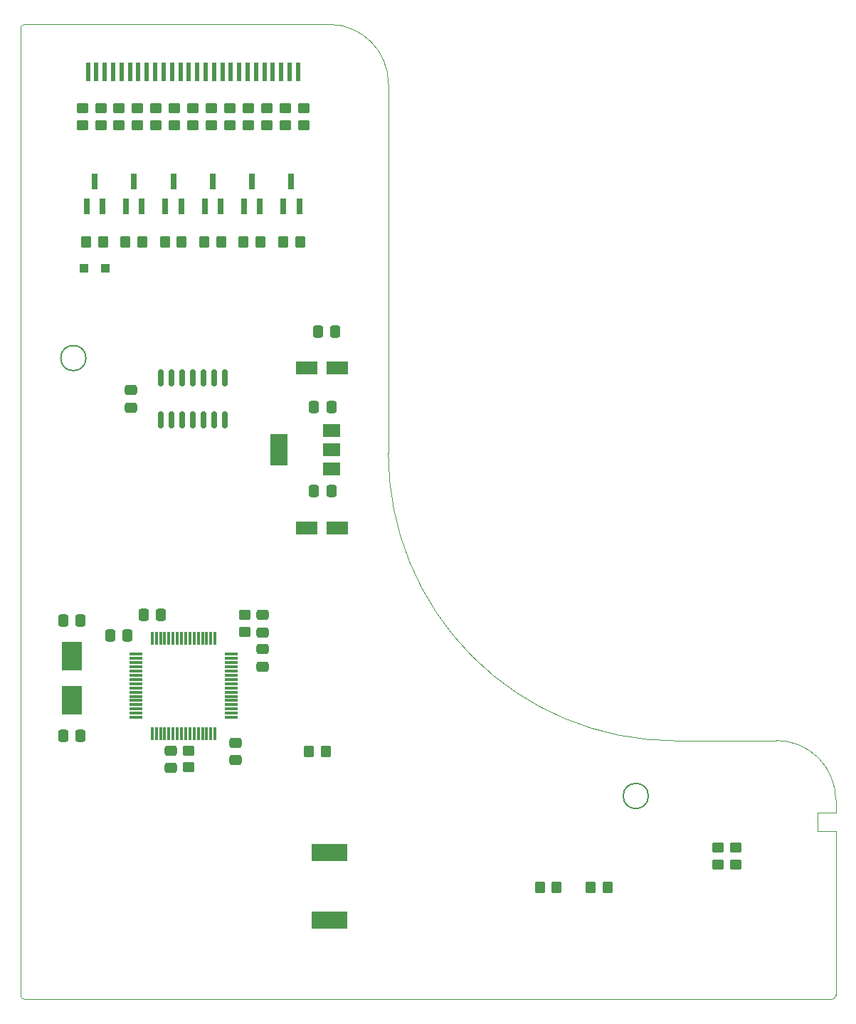
<source format=gbr>
G04 #@! TF.GenerationSoftware,KiCad,Pcbnew,(6.0.0)*
G04 #@! TF.CreationDate,2023-04-02T19:18:08+10:00*
G04 #@! TF.ProjectId,OpenFlops,4f70656e-466c-46f7-9073-2e6b69636164,1*
G04 #@! TF.SameCoordinates,Original*
G04 #@! TF.FileFunction,Paste,Top*
G04 #@! TF.FilePolarity,Positive*
%FSLAX46Y46*%
G04 Gerber Fmt 4.6, Leading zero omitted, Abs format (unit mm)*
G04 Created by KiCad (PCBNEW (6.0.0)) date 2023-04-02 19:18:08*
%MOMM*%
%LPD*%
G01*
G04 APERTURE LIST*
G04 Aperture macros list*
%AMRoundRect*
0 Rectangle with rounded corners*
0 $1 Rounding radius*
0 $2 $3 $4 $5 $6 $7 $8 $9 X,Y pos of 4 corners*
0 Add a 4 corners polygon primitive as box body*
4,1,4,$2,$3,$4,$5,$6,$7,$8,$9,$2,$3,0*
0 Add four circle primitives for the rounded corners*
1,1,$1+$1,$2,$3*
1,1,$1+$1,$4,$5*
1,1,$1+$1,$6,$7*
1,1,$1+$1,$8,$9*
0 Add four rect primitives between the rounded corners*
20,1,$1+$1,$2,$3,$4,$5,0*
20,1,$1+$1,$4,$5,$6,$7,0*
20,1,$1+$1,$6,$7,$8,$9,0*
20,1,$1+$1,$8,$9,$2,$3,0*%
G04 Aperture macros list end*
G04 #@! TA.AperFunction,Profile*
%ADD10C,0.050000*%
G04 #@! TD*
G04 #@! TA.AperFunction,Profile*
%ADD11C,0.200000*%
G04 #@! TD*
%ADD12RoundRect,0.249924X-0.350000X-0.450000X0.350000X-0.450000X0.350000X0.450000X-0.350000X0.450000X0*%
%ADD13RoundRect,0.249924X-0.450000X0.350000X-0.450000X-0.350000X0.450000X-0.350000X0.450000X0.350000X0*%
%ADD14RoundRect,0.249924X0.450000X-0.350000X0.450000X0.350000X-0.450000X0.350000X-0.450000X-0.350000X0*%
%ADD15R,0.799848X1.899848*%
%ADD16RoundRect,0.249924X-0.337500X-0.475000X0.337500X-0.475000X0.337500X0.475000X-0.337500X0.475000X0*%
%ADD17RoundRect,0.074924X-0.700000X-0.075000X0.700000X-0.075000X0.700000X0.075000X-0.700000X0.075000X0*%
%ADD18RoundRect,0.074924X-0.075000X-0.700000X0.075000X-0.700000X0.075000X0.700000X-0.075000X0.700000X0*%
%ADD19RoundRect,0.249924X0.350000X0.450000X-0.350000X0.450000X-0.350000X-0.450000X0.350000X-0.450000X0*%
%ADD20RoundRect,0.249924X0.475000X-0.337500X0.475000X0.337500X-0.475000X0.337500X-0.475000X-0.337500X0*%
%ADD21R,4.199848X1.999848*%
%ADD22R,1.999848X1.499848*%
%ADD23R,1.999848X3.799848*%
%ADD24R,0.599848X2.299848*%
%ADD25RoundRect,0.249924X-1.050000X-0.550000X1.050000X-0.550000X1.050000X0.550000X-1.050000X0.550000X0*%
%ADD26R,2.399848X3.499848*%
%ADD27RoundRect,0.249924X-0.475000X0.337500X-0.475000X-0.337500X0.475000X-0.337500X0.475000X0.337500X0*%
%ADD28R,0.999848X0.999848*%
%ADD29RoundRect,0.249924X0.337500X0.475000X-0.337500X0.475000X-0.337500X-0.475000X0.337500X-0.475000X0*%
%ADD30RoundRect,0.149924X0.150000X-0.825000X0.150000X0.825000X-0.150000X0.825000X-0.150000X-0.825000X0*%
G04 APERTURE END LIST*
D10*
X207450002Y-129425000D02*
X205275002Y-129425000D01*
X206973979Y-151605672D02*
G75*
G03*
X207448978Y-151129327I-674J475673D01*
G01*
D11*
X118225005Y-75300000D02*
G75*
G03*
X118225005Y-75300000I-1500005J0D01*
G01*
D10*
X154221823Y-42670673D02*
X154200002Y-86645673D01*
X188400001Y-120845674D02*
X200371621Y-120795672D01*
X207450000Y-131600000D02*
X205275000Y-131600000D01*
X110448671Y-151130873D02*
G75*
G03*
X110925018Y-151605876I475675J672D01*
G01*
X207446620Y-127870673D02*
X207450002Y-129425000D01*
X110923432Y-35605876D02*
X147146823Y-35595673D01*
X110923432Y-35605876D02*
G75*
G03*
X110448432Y-36082225I678J-475678D01*
G01*
X205275002Y-129425000D02*
X205275000Y-131600000D01*
X154200002Y-86645673D02*
G75*
G03*
X188400001Y-120845674I34199996J-5D01*
G01*
X207446620Y-127870673D02*
G75*
G03*
X200371621Y-120795672I-7074998J3D01*
G01*
X154221823Y-42670673D02*
G75*
G03*
X147146823Y-35595673I-7075002J-2D01*
G01*
X207448978Y-151129327D02*
X207450000Y-131600000D01*
X110448671Y-151130873D02*
X110448432Y-36082225D01*
X206973979Y-151605672D02*
X110925018Y-151605876D01*
D11*
X185150005Y-127400000D02*
G75*
G03*
X185150005Y-127400000I-1500005J0D01*
G01*
D12*
X127614144Y-61445673D03*
X129614144Y-61445673D03*
X122932071Y-61445674D03*
X124932071Y-61445674D03*
D13*
X137547853Y-45595674D03*
X137547853Y-47595674D03*
D14*
X122177022Y-47595673D03*
X122177022Y-45595673D03*
D15*
X127664142Y-57245672D03*
X129564142Y-57245672D03*
X128614142Y-54245672D03*
D16*
X115512000Y-120245673D03*
X117587000Y-120245673D03*
D17*
X124164399Y-110545673D03*
X124164399Y-111045673D03*
X124164399Y-111545673D03*
X124164399Y-112045673D03*
X124164399Y-112545673D03*
X124164399Y-113045673D03*
X124164399Y-113545673D03*
X124164399Y-114045673D03*
X124164399Y-114545673D03*
X124164399Y-115045673D03*
X124164399Y-115545673D03*
X124164399Y-116045673D03*
X124164399Y-116545673D03*
X124164399Y-117045673D03*
X124164399Y-117545673D03*
X124164399Y-118045673D03*
D18*
X126089399Y-119970673D03*
X126589399Y-119970673D03*
X127089399Y-119970673D03*
X127589399Y-119970673D03*
X128089399Y-119970673D03*
X128589399Y-119970673D03*
X129089399Y-119970673D03*
X129589399Y-119970673D03*
X130089399Y-119970673D03*
X130589399Y-119970673D03*
X131089399Y-119970673D03*
X131589399Y-119970673D03*
X132089399Y-119970673D03*
X132589399Y-119970673D03*
X133089399Y-119970673D03*
X133589399Y-119970673D03*
D17*
X135514399Y-118045673D03*
X135514399Y-117545673D03*
X135514399Y-117045673D03*
X135514399Y-116545673D03*
X135514399Y-116045673D03*
X135514399Y-115545673D03*
X135514399Y-115045673D03*
X135514399Y-114545673D03*
X135514399Y-114045673D03*
X135514399Y-113545673D03*
X135514399Y-113045673D03*
X135514399Y-112545673D03*
X135514399Y-112045673D03*
X135514399Y-111545673D03*
X135514399Y-111045673D03*
X135514399Y-110545673D03*
D18*
X133589399Y-108620673D03*
X133089399Y-108620673D03*
X132589399Y-108620673D03*
X132089399Y-108620673D03*
X131589399Y-108620673D03*
X131089399Y-108620673D03*
X130589399Y-108620673D03*
X130089399Y-108620673D03*
X129589399Y-108620673D03*
X129089399Y-108620673D03*
X128589399Y-108620673D03*
X128089399Y-108620673D03*
X127589399Y-108620673D03*
X127089399Y-108620673D03*
X126589399Y-108620673D03*
X126089399Y-108620673D03*
D12*
X132296214Y-61445673D03*
X134296214Y-61445673D03*
X136978285Y-61445674D03*
X138978285Y-61445674D03*
D14*
X117785356Y-47595673D03*
X117785356Y-45595673D03*
D19*
X174225000Y-138312499D03*
X172225000Y-138312499D03*
D20*
X139211650Y-107953174D03*
X139211650Y-105878174D03*
D14*
X195525000Y-135574999D03*
X195525000Y-133574999D03*
D15*
X137028285Y-57245673D03*
X138928285Y-57245673D03*
X137978285Y-54245673D03*
D14*
X193425000Y-135575000D03*
X193425000Y-133575000D03*
D16*
X145362501Y-81145673D03*
X147437501Y-81145673D03*
X125062000Y-105845672D03*
X127137000Y-105845672D03*
D13*
X133156186Y-45595674D03*
X133156186Y-47595674D03*
D21*
X147225000Y-134150000D03*
X147225000Y-142150000D03*
D22*
X147450002Y-88495674D03*
D23*
X141150002Y-86195674D03*
D22*
X147450002Y-86195674D03*
X147450002Y-83895674D03*
D19*
X180275000Y-138312501D03*
X178275000Y-138312501D03*
D14*
X135352020Y-47595674D03*
X135352020Y-45595674D03*
D24*
X143460356Y-41255674D03*
X142460356Y-41255674D03*
X141460356Y-41255674D03*
X140460356Y-41255674D03*
X139460356Y-41255674D03*
X138460356Y-41255674D03*
X137460356Y-41255674D03*
X136460356Y-41255674D03*
X135460356Y-41255674D03*
X134460356Y-41255674D03*
X133460356Y-41255674D03*
X132460356Y-41255674D03*
X131460356Y-41255674D03*
X130460356Y-41255674D03*
X129460356Y-41255674D03*
X128460356Y-41255674D03*
X127460356Y-41255674D03*
X126460356Y-41255674D03*
X125460356Y-41255674D03*
X124460356Y-41255674D03*
X123460356Y-41255674D03*
X122460356Y-41255674D03*
X121460356Y-41255674D03*
X120460356Y-41255674D03*
X119460356Y-41255674D03*
X118460356Y-41255674D03*
D14*
X130960353Y-47595673D03*
X130960353Y-45595673D03*
D25*
X144500001Y-76445674D03*
X148100001Y-76445674D03*
D26*
X116549500Y-110795673D03*
X116549500Y-115995673D03*
D13*
X119981188Y-45595673D03*
X119981188Y-47595673D03*
D15*
X118300000Y-57245673D03*
X120200000Y-57245673D03*
X119250000Y-54245673D03*
X122982072Y-57245673D03*
X124882072Y-57245673D03*
X123932072Y-54245673D03*
D25*
X144500001Y-95495673D03*
X148100001Y-95495673D03*
D27*
X136049501Y-121058175D03*
X136049501Y-123133175D03*
D13*
X141939518Y-45595673D03*
X141939518Y-47595673D03*
D14*
X139743686Y-47595673D03*
X139743686Y-45595673D03*
X130425000Y-124000000D03*
X130425000Y-122000000D03*
D13*
X124372855Y-45595673D03*
X124372855Y-47595673D03*
D16*
X145812502Y-72145674D03*
X147887502Y-72145674D03*
X115512000Y-106545673D03*
X117587000Y-106545673D03*
D28*
X120500001Y-64645673D03*
X118000001Y-64645673D03*
D14*
X126568689Y-47595673D03*
X126568689Y-45595673D03*
X144135356Y-47595674D03*
X144135356Y-45595674D03*
D19*
X146761649Y-122095673D03*
X144761649Y-122095673D03*
D29*
X123187001Y-108295672D03*
X121112001Y-108295672D03*
D15*
X132346214Y-57245673D03*
X134246214Y-57245673D03*
X133296214Y-54245673D03*
D16*
X145362501Y-91145673D03*
X147437501Y-91145673D03*
D12*
X141700001Y-61445673D03*
X143700001Y-61445673D03*
D27*
X128275000Y-121987500D03*
X128275000Y-124062500D03*
X123550001Y-79108173D03*
X123550001Y-81183173D03*
D30*
X127090001Y-82620673D03*
X128360001Y-82620673D03*
X129630001Y-82620673D03*
X130900001Y-82620673D03*
X132170001Y-82620673D03*
X133440001Y-82620673D03*
X134710001Y-82620673D03*
X134710001Y-77670673D03*
X133440001Y-77670673D03*
X132170001Y-77670673D03*
X130900001Y-77670673D03*
X129630001Y-77670673D03*
X128360001Y-77670673D03*
X127090001Y-77670673D03*
D12*
X118250001Y-61445674D03*
X120250001Y-61445674D03*
D27*
X139211650Y-109953174D03*
X139211650Y-112028174D03*
D15*
X141710356Y-57245673D03*
X143610356Y-57245673D03*
X142660356Y-54245673D03*
D13*
X137100000Y-105850000D03*
X137100000Y-107850000D03*
X128764521Y-45595674D03*
X128764521Y-47595674D03*
M02*

</source>
